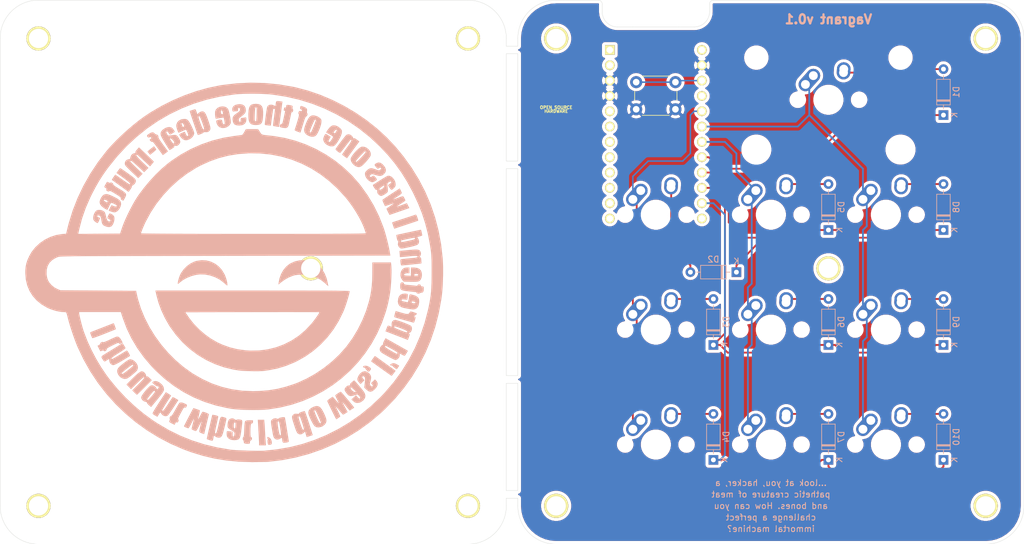
<source format=kicad_pcb>
(kicad_pcb (version 20171130) (host pcbnew "(5.1.5)-3")
  (layers (0 F.Cu signal hide) (31 B.Cu signal hide) (34 B.Paste user) (35 F.Paste user) (36 B.SilkS user) (37 F.SilkS user) (38 B.Mask user) (39 F.Mask user) (44 Edge.Cuts user))
  (net 0 "")
  (net 1 "Net-(D1-Pad2)")
  (net 2 R0)
  (net 3 "Net-(D2-Pad2)")
  (net 4 R1)
  (net 5 "Net-(D3-Pad2)")
  (net 6 R2)
  (net 7 "Net-(D4-Pad2)")
  (net 8 R3)
  (net 9 "Net-(D5-Pad2)")
  (net 10 "Net-(D6-Pad2)")
  (net 11 "Net-(D7-Pad2)")
  (net 12 "Net-(D8-Pad2)")
  (net 13 "Net-(D9-Pad2)")
  (net 14 "Net-(D10-Pad2)")
  (net 15 C2)
  (net 16 C0)
  (net 17 C1)
  (net 18 RESET)
  (net 19 GND)
  (net 20 "Net-(U1-Pad24)")
  (net 21 "Net-(U1-Pad21)")
  (net 22 "Net-(U1-Pad13)")
  (net 23 "Net-(U1-Pad12)")
  (net 24 "Net-(U1-Pad11)")
  (net 25 "Net-(U1-Pad6)")
  (net 26 "Net-(U1-Pad5)")
  (net 27 "Net-(U1-Pad2)")
  (net 28 "Net-(U1-Pad1)")
  (net 29 "Net-(U1-Pad10)")
  (net 30 "Net-(U1-Pad9)")
  (net 31 "Net-(U1-Pad8)")
  (net 32 "Net-(U1-Pad7)")
  (module promicro:ProMicro (layer F.Cu) (at 167.64 52.705 270)
    (fp_text reference U1 hide)
    (fp_text value ProMicro)
    (pad 24 thru_hole circle (at -13.97 -7.62 270) (size 1.6 1.6) (drill 1.1) (layers *.Cu *.Mask F.SilkS) (net 20 "Net-(U1-Pad24)"))
    (pad 23 thru_hole circle (at -11.43 -7.62 270) (size 1.6 1.6) (drill 1.1) (layers *.Cu *.Mask F.SilkS) (net 19 GND))
    (pad 22 thru_hole circle (at -8.89 -7.62 270) (size 1.6 1.6) (drill 1.1) (layers *.Cu *.Mask F.SilkS) (net 18 RESET))
    (pad 21 thru_hole circle (at -6.35 -7.62 270) (size 1.6 1.6) (drill 1.1) (layers *.Cu *.Mask F.SilkS) (net 21 "Net-(U1-Pad21)"))
    (pad 20 thru_hole circle (at -3.81 -7.62 270) (size 1.6 1.6) (drill 1.1) (layers *.Cu *.Mask F.SilkS) (net 16 C0))
    (pad 19 thru_hole circle (at -1.27 -7.62 270) (size 1.6 1.6) (drill 1.1) (layers *.Cu *.Mask F.SilkS) (net 15 C2))
    (pad 18 thru_hole circle (at 1.27 -7.62 270) (size 1.6 1.6) (drill 1.1) (layers *.Cu *.Mask F.SilkS) (net 17 C1))
    (pad 17 thru_hole circle (at 3.81 -7.62 270) (size 1.6 1.6) (drill 1.1) (layers *.Cu *.Mask F.SilkS) (net 2 R0))
    (pad 16 thru_hole circle (at 6.35 -7.62 270) (size 1.6 1.6) (drill 1.1) (layers *.Cu *.Mask F.SilkS) (net 4 R1))
    (pad 15 thru_hole circle (at 8.89 -7.62 270) (size 1.6 1.6) (drill 1.1) (layers *.Cu *.Mask F.SilkS) (net 6 R2))
    (pad 14 thru_hole circle (at 11.43 -7.62 270) (size 1.6 1.6) (drill 1.1) (layers *.Cu *.Mask F.SilkS) (net 8 R3))
    (pad 13 thru_hole circle (at 13.97 -7.62 270) (size 1.6 1.6) (drill 1.1) (layers *.Cu *.Mask F.SilkS) (net 22 "Net-(U1-Pad13)"))
    (pad 12 thru_hole circle (at 13.97 7.62 270) (size 1.6 1.6) (drill 1.1) (layers *.Cu *.Mask F.SilkS) (net 23 "Net-(U1-Pad12)"))
    (pad 11 thru_hole circle (at 11.43 7.62 270) (size 1.6 1.6) (drill 1.1) (layers *.Cu *.Mask F.SilkS) (net 24 "Net-(U1-Pad11)"))
    (pad 10 thru_hole circle (at 8.89 7.62 270) (size 1.6 1.6) (drill 1.1) (layers *.Cu *.Mask F.SilkS) (net 29 "Net-(U1-Pad10)"))
    (pad 9 thru_hole circle (at 6.35 7.62 270) (size 1.6 1.6) (drill 1.1) (layers *.Cu *.Mask F.SilkS) (net 30 "Net-(U1-Pad9)"))
    (pad 8 thru_hole circle (at 3.81 7.62 270) (size 1.6 1.6) (drill 1.1) (layers *.Cu *.Mask F.SilkS) (net 31 "Net-(U1-Pad8)"))
    (pad 7 thru_hole circle (at 1.27 7.62 270) (size 1.6 1.6) (drill 1.1) (layers *.Cu *.Mask F.SilkS) (net 32 "Net-(U1-Pad7)"))
    (pad 6 thru_hole circle (at -1.27 7.62 270) (size 1.6 1.6) (drill 1.1) (layers *.Cu *.Mask F.SilkS) (net 25 "Net-(U1-Pad6)"))
    (pad 5 thru_hole circle (at -3.81 7.62 270) (size 1.6 1.6) (drill 1.1) (layers *.Cu *.Mask F.SilkS) (net 26 "Net-(U1-Pad5)"))
    (pad 4 thru_hole circle (at -6.35 7.62 270) (size 1.6 1.6) (drill 1.1) (layers *.Cu *.Mask F.SilkS) (net 19 GND))
    (pad 3 thru_hole circle (at -8.89 7.62 270) (size 1.6 1.6) (drill 1.1) (layers *.Cu *.Mask F.SilkS) (net 19 GND))
    (pad 2 thru_hole circle (at -11.43 7.62 270) (size 1.6 1.6) (drill 1.1) (layers *.Cu *.Mask F.SilkS) (net 27 "Net-(U1-Pad2)"))
    (pad 1 thru_hole rect (at -13.97 7.62 270) (size 1.6 1.6) (drill 1.1) (layers *.Cu *.Mask F.SilkS) (net 28 "Net-(U1-Pad1)"))
  )
  (module keyboard_parts:HOLE_M3 (layer F.Cu) (at 136.525 36.83)
    (fp_text reference HOLE_M3 hide)
    (fp_text value VAL** hide)
    (pad 1 thru_hole circle (at 0 0) (size 4 4) (drill 3.2) (layers *.Cu *.Mask F.SilkS))
  )
  (module keyboard_parts:HOLE_M3 (layer F.Cu) (at 110.49 74.93)
    (fp_text reference HOLE_M3 hide)
    (fp_text value VAL** hide)
    (pad 1 thru_hole circle (at 0 0) (size 4 4) (drill 3.2) (layers *.Cu *.Mask F.SilkS))
  )
  (module keyboard_parts:HOLE_M3 (layer F.Cu) (at 136.525 114.3)
    (fp_text reference HOLE_M3 hide)
    (fp_text value VAL** hide)
    (pad 1 thru_hole circle (at 0 0) (size 4 4) (drill 3.2) (layers *.Cu *.Mask F.SilkS))
  )
  (module keyboard_parts:HOLE_M3 (layer F.Cu) (at 65.405 36.83)
    (fp_text reference HOLE_M3 hide)
    (fp_text value VAL** hide)
    (pad 1 thru_hole circle (at 0 0) (size 4 4) (drill 3.2) (layers *.Cu *.Mask F.SilkS))
  )
  (module keyboard_parts:HOLE_M3 (layer F.Cu) (at 65.405 114.3)
    (fp_text reference HOLE_M3 hide)
    (fp_text value VAL** hide)
    (pad 1 thru_hole circle (at 0 0) (size 4 4) (drill 3.2) (layers *.Cu *.Mask F.SilkS))
  )
  (module logos:laughing_man (layer B.Cu) (at 97.79 75.565 180)
    (fp_text reference G*** hide)
    (fp_text value LOGO hide)
  )
  (module logos:pathetic (layer B.Cu) (at 186.69 107.95 180)
    (fp_text reference REF** hide)
    (fp_text value pathetic)
    (fp_text user "immortal machine?" (at 0 -10.16) (layer B.SilkS) (effects (justify mirror)))
    (fp_text user "challenge a perfect" (at 0 -8.255) (layer B.SilkS) (effects (justify mirror)))
    (fp_text user "and bones. How can you" (at 0 -6.35) (layer B.SilkS) (effects (justify mirror)))
    (fp_text user "pathetic creature of meat" (at 0 -4.445) (layer B.SilkS) (effects (justify mirror)))
    (fp_text user "...look at you, hacker, a" (at 0 -2.54) (layer B.SilkS) (effects (justify mirror)))
  )
  (module Button_Switch_THT:SW_PUSH_6mm (layer F.Cu) (at 164.3785 44.069)
    (fp_text reference SW1 hide)
    (fp_text value SW_RESET)
    (pad 1 thru_hole circle (at 6.5 0 90) (size 2 2) (drill 1.1) (layers *.Cu *.Mask) (net 18 RESET))
    (pad 2 thru_hole circle (at 6.5 4.5 90) (size 2 2) (drill 1.1) (layers *.Cu *.Mask) (net 19 GND))
    (pad 1 thru_hole circle (at 0 0 90) (size 2 2) (drill 1.1) (layers *.Cu *.Mask) (net 18 RESET))
    (pad 2 thru_hole circle (at 0 4.5 90) (size 2 2) (drill 1.1) (layers *.Cu *.Mask) (net 19 GND))
  )
  (module MX_Alps_Hybrid:MX-1U-NoLED (layer F.Cu) (at 167.64 66.04)
    (fp_text reference K2)
    (fp_text value KEYSW)
    (pad "" np_thru_hole circle (at 5.08 0 48.0996) (size 1.75 1.75) (drill 1.75) (layers *.Cu *.Mask))
    (pad "" np_thru_hole circle (at -5.08 0 48.0996) (size 1.75 1.75) (drill 1.75) (layers *.Cu *.Mask))
    (pad 1 thru_hole circle (at -2.5 -4) (size 2.25 2.25) (drill 1.47) (layers *.Cu B.Mask) (net 16 C0))
    (pad "" np_thru_hole circle (at 0 0) (size 3.9878 3.9878) (drill 3.9878) (layers *.Cu *.Mask))
    (pad 1 thru_hole oval (at -3.81 -2.54 48.0996) (size 4.211556 2.25) (drill 1.47 (offset 0.980778 0)) (layers *.Cu B.Mask) (net 16 C0))
    (pad 2 thru_hole circle (at 2.54 -5.08) (size 2.25 2.25) (drill 1.47) (layers *.Cu B.Mask) (net 3 "Net-(D2-Pad2)"))
    (pad 2 thru_hole oval (at 2.5 -4.5 86.0548) (size 2.831378 2.25) (drill 1.47 (offset 0.290689 0)) (layers *.Cu B.Mask) (net 3 "Net-(D2-Pad2)"))
  )
  (module logos:oshw (layer F.Cu) (at 151.13 45.72)
    (fp_text reference G*** hide)
    (fp_text value oshw_logo hide)
    (fp_poly (pts (xy 0.033713 -1.976836) (xy 0.060461 -1.976757) (xy 0.086332 -1.976631) (xy 0.110932 -1.97646) (xy 0.133869 -1.976242) (xy 0.154751 -1.975979) (xy 0.173184 -1.97567) (xy 0.188777 -1.975314) (xy 0.201137 -1.974913) (xy 0.20987 -1.974467) (xy 0.214586 -1.973974) (xy 0.21532 -1.973696) (xy 0.215864 -1.971118) (xy 0.2172 -1.964262) (xy 0.219279 -1.953395) (xy 0.222052 -1.938778) (xy 0.225468 -1.920677) (xy 0.22948 -1.899356) (xy 0.234036 -1.875078) (xy 0.239088 -1.848107) (xy 0.244586 -1.818708) (xy 0.250481 -1.787145) (xy 0.256722 -1.753681) (xy 0.263261 -1.718581) (xy 0.270047 -1.682108) (xy 0.273722 -1.662345) (xy 0.331054 -1.353879) (xy 0.364686 -1.346305) (xy 0.447844 -1.325219) (xy 0.529942 -1.299682) (xy 0.610757 -1.269787) (xy 0.690064 -1.235625) (xy 0.76764 -1.197288) (xy 0.843261 -1.154867) (xy 0.865815 -1.141183) (xy 0.875724 -1.135286) (xy 0.884342 -1.130576) (xy 0.890869 -1.127459) (xy 0.894508 -1.12634) (xy 0.894866 -1.126416) (xy 0.89705 -1.12789) (xy 0.902818 -1.131827) (xy 0.911948 -1.138072) (xy 0.924218 -1.146474) (xy 0.939404 -1.15688) (xy 0.957285 -1.169137) (xy 0.977638 -1.183093) (xy 1.00024 -1.198596) (xy 1.024869 -1.215491) (xy 1.051302 -1.233628) (xy 1.079317 -1.252853) (xy 1.108691 -1.273014) (xy 1.139203 -1.293958) (xy 1.153917 -1.30406) (xy 1.184868 -1.325298) (xy 1.214779 -1.345804) (xy 1.243428 -1.365426) (xy 1.270596 -1.384014) (xy 1.296059 -1.401416) (xy 1.319595 -1.417481) (xy 1.340985 -1.432059) (xy 1.360005 -1.444999) (xy 1.376434 -1.456149) (xy 1.390051 -1.465358) (xy 1.400633 -1.472475) (xy 1.407959 -1.47735) (xy 1.411808 -1.479831) (xy 1.412355 -1.480128) (xy 1.414242 -1.478536) (xy 1.419104 -1.473944) (xy 1.426663 -1.466633) (xy 1.436641 -1.456879) (xy 1.448758 -1.44496) (xy 1.462737 -1.431156) (xy 1.478299 -1.415744) (xy 1.495165 -1.399003) (xy 1.513057 -1.381211) (xy 1.531697 -1.362646) (xy 1.550805 -1.343586) (xy 1.570104 -1.32431) (xy 1.589315 -1.305096) (xy 1.608159 -1.286221) (xy 1.626358 -1.267966) (xy 1.643633 -1.250607) (xy 1.659707 -1.234423) (xy 1.6743 -1.219692) (xy 1.687134 -1.206692) (xy 1.69793 -1.195702) (xy 1.706411 -1.187) (xy 1.712297 -1.180864) (xy 1.71531 -1.177573) (xy 1.715654 -1.17709) (xy 1.714371 -1.175017) (xy 1.710624 -1.16936) (xy 1.704563 -1.160343) (xy 1.69634 -1.148186) (xy 1.686107 -1.133113) (xy 1.674016 -1.115345) (xy 1.660217 -1.095105) (xy 1.644863 -1.072615) (xy 1.628105 -1.048097) (xy 1.610094 -1.021774) (xy 1.590983 -0.993867) (xy 1.570922 -0.964599) (xy 1.550064 -0.934192) (xy 1.540933 -0.920889) (xy 1.519775 -0.890051) (xy 1.499351 -0.860247) (xy 1.479811 -0.8317) (xy 1.461309 -0.804634) (xy 1.443994 -0.77927) (xy 1.42802 -0.755833) (xy 1.413537 -0.734544) (xy 1.400698 -0.715628) (xy 1.389653 -0.699307) (xy 1.380555 -0.685804) (xy 1.373555 -0.675342) (xy 1.368805 -0.668144) (xy 1.366456 -0.664433) (xy 1.366222 -0.663966) (xy 1.367428 -0.661258) (xy 1.370734 -0.655464) (xy 1.375686 -0.647342) (xy 1.381827 -0.637651) (xy 1.384293 -0.633846) (xy 1.407424 -0.596966) (xy 1.430914 -0.556893) (xy 1.454053 -0.514926) (xy 1.476133 -0.472364) (xy 1.496445 -0.430508) (xy 1.502898 -0.4165) (xy 1.52193 -0.37235) (xy 1.54051 -0.32497) (xy 1.55817 -0.275727) (xy 1.574442 -0.225991) (xy 1.588857 -0.177131) (xy 1.600946 -0.130516) (xy 1.601339 -0.128865) (xy 1.609948 -0.092629) (xy 1.619506 -0.090611) (xy 1.622932 -0.089945) (xy 1.630618 -0.088489) (xy 1.642285 -0.086296) (xy 1.657653 -0.083417) (xy 1.676441 -0.079905) (xy 1.698369 -0.075812) (xy 1.723158 -0.071191) (xy 1.750526 -0.066092) (xy 1.780194 -0.06057) (xy 1.811883 -0.054676) (xy 1.845311 -0.048462) (xy 1.880198 -0.04198) (xy 1.916266 -0.035283) (xy 1.920572 -0.034483) (xy 2.212081 0.019627) (xy 2.212095 0.23468) (xy 2.212094 0.271089) (xy 2.212081 0.303156) (xy 2.212053 0.331157) (xy 2.212003 0.355368) (xy 2.211927 0.376064) (xy 2.21182 0.393523) (xy 2.211676 0.40802) (xy 2.211489 0.419831) (xy 2.211256 0.429233) (xy 2.210971 0.4365) (xy 2.210628 0.44191) (xy 2.210223 0.445739) (xy 2.209751 0.448261) (xy 2.209206 0.449755) (xy 2.208583 0.450495) (xy 2.208068 0.450719) (xy 2.205336 0.451256) (xy 2.198336 0.452584) (xy 2.187343 0.454653) (xy 2.172629 0.457412) (xy 2.154467 0.46081) (xy 2.133132 0.464795) (xy 2.108896 0.469317) (xy 2.082033 0.474325) (xy 2.052816 0.479767) (xy 2.021518 0.485593) (xy 1.988413 0.491752) (xy 1.953774 0.498193) (xy 1.917875 0.504865) (xy 1.912763 0.505814) (xy 1.6215 0.559924) (xy 1.612995 0.600348) (xy 1.593611 0.681838) (xy 1.569948 0.762634) (xy 1.542186 0.842286) (xy 1.510504 0.920342) (xy 1.475082 0.996355) (xy 1.4361 1.069873) (xy 1.404188 1.123825) (xy 1.397619 1.134508) (xy 1.391889 1.143978) (xy 1.38746 1.151463) (xy 1.384792 1.156188) (xy 1.384264 1.157269) (xy 1.38537 1.15966) (xy 1.389025 1.165709) (xy 1.395142 1.175288) (xy 1.403632 1.188264) (xy 1.414408 1.204507) (xy 1.42738 1.223884) (xy 1.442462 1.246266) (xy 1.459564 1.271521) (xy 1.4786 1.299518) (xy 1.49948 1.330126) (xy 1.522116 1.363213) (xy 1.546421 1.398649) (xy 1.548577 1.401788) (xy 1.56918 1.431811) (xy 1.589047 1.46081) (xy 1.608021 1.488555) (xy 1.625947 1.514815) (xy 1.642669 1.539361) (xy 1.65803 1.561962) (xy 1.671874 1.582387) (xy 1.684045 1.600406) (xy 1.694387 1.615789) (xy 1.702743 1.628305) (xy 1.708958 1.637723) (xy 1.712875 1.643814) (xy 1.714339 1.646346) (xy 1.714345 1.646381) (xy 1.712765 1.648479) (xy 1.708131 1.653593) (xy 1.700672 1.66149) (xy 1.690616 1.671937) (xy 1.678192 1.684701) (xy 1.663628 1.69955) (xy 1.647153 1.716251) (xy 1.628995 1.73457) (xy 1.609383 1.754276) (xy 1.588545 1.775135) (xy 1.56671 1.796914) (xy 1.563171 1.800437) (xy 1.411841 1.951029) (xy 1.202952 1.807712) (xy 1.174336 1.788078) (xy 1.146298 1.768841) (xy 1.119131 1.750203) (xy 1.093132 1.732364) (xy 1.068594 1.715529) (xy 1.045812 1.699898) (xy 1.025081 1.685675) (xy 1.006695 1.67306) (xy 0.990949 1.662257) (xy 0.978138 1.653467) (xy 0.968556 1.646892) (xy 0.962648 1.642838) (xy 0.931233 1.621282) (xy 0.909539 1.635769) (xy 0.895989 1.644625) (xy 0.880894 1.65416) (xy 0.864723 1.664106) (xy 0.847947 1.674197) (xy 0.831039 1.684164) (xy 0.814468 1.69374) (xy 0.798706 1.702657) (xy 0.784224 1.710648) (xy 0.771492 1.717444) (xy 0.760982 1.72278) (xy 0.753166 1.726386) (xy 0.748513 1.727995) (xy 0.747423 1.727872) (xy 0.746463 1.725625) (xy 0.743842 1.719363) (xy 0.739666 1.709341) (xy 0.734039 1.695811) (xy 0.727066 1.679027) (xy 0.718852 1.659242) (xy 0.709503 1.636709) (xy 0.699122 1.611682) (xy 0.687815 1.584415) (xy 0.675687 1.555159) (xy 0.662842 1.524169) (xy 0.649386 1.491699) (xy 0.635423 1.458) (xy 0.621059 1.423327) (xy 0.606397 1.387933) (xy 0.591544 1.352071) (xy 0.576604 1.315995) (xy 0.561682 1.279957) (xy 0.546882 1.244212) (xy 0.53231 1.209012) (xy 0.518071 1.174611) (xy 0.504269 1.141262) (xy 0.49101 1.109218) (xy 0.478398 1.078733) (xy 0.466538 1.05006) (xy 0.455535 1.023453) (xy 0.445494 0.999163) (xy 0.43652 0.977446) (xy 0.428718 0.958554) (xy 0.422193 0.942741) (xy 0.417049 0.930259) (xy 0.413392 0.921363) (xy 0.411326 0.916305) (xy 0.410917 0.91528) (xy 0.410569 0.913148) (xy 0.411538 0.910818) (xy 0.414341 0.907827) (xy 0.419496 0.903708) (xy 0.427521 0.897996) (xy 0.438322 0.890637) (xy 0.465557 0.871542) (xy 0.490465 0.852449) (xy 0.514338 0.832283) (xy 0.538468 0.80997) (xy 0.55535 0.793358) (xy 0.578856 0.769066) (xy 0.599494 0.746169) (xy 0.618234 0.723491) (xy 0.636043 0.699858) (xy 0.653893 0.674094) (xy 0.654557 0.6731) (xy 0.686082 0.621845) (xy 0.713287 0.569088) (xy 0.736216 0.51471) (xy 0.75491 0.458592) (xy 0.769412 0.400615) (xy 0.779765 0.340661) (xy 0.782974 0.314036) (xy 0.784085 0.300052) (xy 0.784904 0.282714) (xy 0.785428 0.263084) (xy 0.785657 0.242223) (xy 0.785592 0.221194) (xy 0.785232 0.201059) (xy 0.784576 0.18288) (xy 0.783623 0.16772) (xy 0.783039 0.161636) (xy 0.774528 0.102351) (xy 0.762512 0.045778) (xy 0.746827 -0.008561) (xy 0.727307 -0.061144) (xy 0.703788 -0.112449) (xy 0.676104 -0.162954) (xy 0.664218 -0.182419) (xy 0.631139 -0.230781) (xy 0.594405 -0.276477) (xy 0.554261 -0.319314) (xy 0.510952 -0.359101) (xy 0.464721 -0.395646) (xy 0.415813 -0.428757) (xy 0.364473 -0.45824) (xy 0.310946 -0.483906) (xy 0.255476 -0.505561) (xy 0.250536 -0.507259) (xy 0.215173 -0.518124) (xy 0.177009 -0.527767) (xy 0.137786 -0.535819) (xy 0.099243 -0.541911) (xy 0.073891 -0.544783) (xy 0.05885 -0.545831) (xy 0.040429 -0.546577) (xy 0.019803 -0.547021) (xy -0.001852 -0.54716) (xy -0.02336 -0.546995) (xy -0.043547 -0.546524) (xy -0.061236 -0.545746) (xy -0.072737 -0.544908) (xy -0.131527 -0.537201) (xy -0.189177 -0.525116) (xy -0.245469 -0.508802) (xy -0.300185 -0.488406) (xy -0.353111 -0.464075) (xy -0.404027 -0.435958) (xy -0.452717 -0.404201) (xy -0.498964 -0.368953) (xy -0.542552 -0.330361) (xy -0.583262 -0.288573) (xy -0.620878 -0.243737) (xy -0.655183 -0.195999) (xy -0.68596 -0.145508) (xy -0.700725 -0.117764) (xy -0.724681 -0.066401) (xy -0.744489 -0.014892) (xy -0.760385 0.03755) (xy -0.772608 0.091718) (xy -0.781396 0.1484) (xy -0.781741 0.151245) (xy -0.783343 0.168408) (xy -0.784534 0.188983) (xy -0.785305 0.211783) (xy -0.785647 0.235624) (xy -0.785552 0.259318) (xy -0.78501 0.281679) (xy -0.784012 0.301522) (xy -0.78296 0.314036) (xy -0.774632 0.373667) (xy -0.762312 0.431188) (xy -0.745881 0.486998) (xy -0.725226 0.541496) (xy -0.702235 0.591127) (xy -0.672996 0.644032) (xy -0.64001 0.694278) (xy -0.603401 0.741728) (xy -0.56329 0.786242) (xy -0.519802 0.827682) (xy -0.47306 0.865909) (xy -0.432288 0.894828) (xy -0.423302 0.901037) (xy -0.416049 0.906512) (xy -0.411233 0.910687) (xy -0.409558 0.912996) (xy -0.409579 0.913079) (xy -0.410557 0.915435) (xy -0.413215 0.921846) (xy -0.417466 0.932103) (xy -0.423222 0.945994) (xy -0.430397 0.963308) (xy -0.438902 0.983836) (xy -0.448651 1.007365) (xy -0.459555 1.033686) (xy -0.471529 1.062587) (xy -0.484484 1.093858) (xy -0.498334 1.127289) (xy -0.51299 1.162667) (xy -0.528366 1.199784) (xy -0.544374 1.238427) (xy -0.560927 1.278386) (xy -0.575627 1.313872) (xy -0.592625 1.354904) (xy -0.609178 1.394863) (xy -0.625198 1.433532) (xy -0.640595 1.470697) (xy -0.65528 1.506142) (xy -0.669165 1.539653) (xy -0.682159 1.571014) (xy -0.694174 1.60001) (xy -0.70512 1.626426) (xy -0.714909 1.650046) (xy -0.723451 1.670656) (xy -0.730657 1.688041) (xy -0.736439 1.701984) (xy -0.740705 1.712271) (xy -0.743369 1.718688) (xy -0.744301 1.720926) (xy -0.747974 1.729662) (xy -0.762492 1.722354) (xy -0.777861 1.714313) (xy -0.79614 1.704254) (xy -0.816397 1.692725) (xy -0.837703 1.680277) (xy -0.859128 1.667458) (xy -0.879742 1.654816) (xy -0.898615 1.642903) (xy -0.91302 1.633473) (xy -0.922014 1.627809) (xy -0.928952 1.624162) (xy -0.933158 1.622869) (xy -0.933887 1.623056) (xy -0.936083 1.624593) (xy -0.941807 1.628547) (xy -0.950778 1.634725) (xy -0.962717 1.642936) (xy -0.977341 1.652987) (xy -0.99437 1.664684) (xy -1.013522 1.677835) (xy -1.034518 1.692247) (xy -1.057075 1.707727) (xy -1.080912 1.724084) (xy -1.105749 1.741123) (xy -1.131305 1.758654) (xy -1.157298 1.776481) (xy -1.183448 1.794414) (xy -1.209473 1.812259) (xy -1.235093 1.829823) (xy -1.260027 1.846915) (xy -1.283993 1.86334) (xy -1.30671 1.878907) (xy -1.327898 1.893423) (xy -1.347275 1.906694) (xy -1.364561 1.918529) (xy -1.379474 1.928735) (xy -1.391734 1.937118) (xy -1.401059 1.943487) (xy -1.407168 1.947648) (xy -1.409781 1.949408) (xy -1.409841 1.949446) (xy -1.411791 1.948062) (xy -1.416767 1.943628) (xy -1.424538 1.936368) (xy -1.434873 1.926506) (xy -1.447543 1.914269) (xy -1.462317 1.899879) (xy -1.478964 1.883562) (xy -1.497253 1.865542) (xy -1.516955 1.846045) (xy -1.53784 1.825294) (xy -1.559675 1.803514) (xy -1.564275 1.798916) (xy -1.592142 1.771012) (xy -1.616825 1.746223) (xy -1.638437 1.724431) (xy -1.657089 1.705521) (xy -1.672898 1.689373) (xy -1.685975 1.675871) (xy -1.696433 1.664898) (xy -1.704388 1.656336) (xy -1.709951 1.650069) (xy -1.713236 1.645978) (xy -1.714358 1.643947) (xy -1.714324 1.643763) (xy -1.712798 1.641499) (xy -1.708816 1.635658) (xy -1.702537 1.626473) (xy -1.694118 1.614173) (xy -1.683719 1.598991) (xy -1.671497 1.581158) (xy -1.657612 1.560903) (xy -1.642221 1.538459) (xy -1.625482 1.514057) (xy -1.607555 1.487927) (xy -1.588598 1.4603) (xy -1.568768 1.431409) (xy -1.548225 1.401482) (xy -1.547767 1.400815) (xy -1.527244 1.370906) (xy -1.507457 1.342047) (xy -1.488565 1.314465) (xy -1.470722 1.288391) (xy -1.454085 1.264054) (xy -1.438811 1.241681) (xy -1.425055 1.221504) (xy -1.412973 1.203749) (xy -1.402722 1.188647) (xy -1.394458 1.176427) (xy -1.388337 1.167318) (xy -1.384514 1.161548) (xy -1.383147 1.159347) (xy -1.383146 1.159337) (xy -1.384305 1.156859) (xy -1.387481 1.151251) (xy -1.39222 1.143285) (xy -1.398071 1.133733) (xy -1.399599 1.131276) (xy -1.44246 1.058318) (xy -1.481619 0.982889) (xy -1.516917 0.905384) (xy -1.548195 0.826197) (xy -1.575294 0.745723) (xy -1.598056 0.664355) (xy -1.611987 0.60393) (xy -1.614844 0.590396) (xy -1.617389 0.578533) (xy -1.61947 0.569035) (xy -1.620933 0.562595) (xy -1.621626 0.559908) (xy -1.621649 0.559872) (xy -1.623936 0.559424) (xy -1.630494 0.558185) (xy -1.641054 0.556206) (xy -1.655346 0.553536) (xy -1.6731 0.550226) (xy -1.694047 0.546326) (xy -1.717916 0.541887) (xy -1.74444 0.536957) (xy -1.773346 0.531589) (xy -1.804367 0.52583) (xy -1.837232 0.519733) (xy -1.871672 0.513346) (xy -1.907416 0.506721) (xy -1.911927 0.505885) (xy -1.947916 0.499214) (xy -1.982697 0.492763) (xy -2.015995 0.486584) (xy -2.047536 0.480727) (xy -2.077043 0.475245) (xy -2.10424 0.470187) (xy -2.128854 0.465606) (xy -2.150607 0.461553) (xy -2.169224 0.458078) (xy -2.18443 0.455235) (xy -2.195949 0.453072) (xy -2.203506 0.451643) (xy -2.206825 0.450998) (xy -2.206914 0.450978) (xy -2.212109 0.449772) (xy -2.212096 0.234699) (xy -2.212082 0.019627) (xy -1.9148 -0.035405) (xy -1.878373 -0.042151) (xy -1.84317 -0.048675) (xy -1.80946 -0.054928) (xy -1.777515 -0.060858) (xy -1.747604 -0.066416) (xy -1.719997 -0.07155) (xy -1.694965 -0.076212) (xy -1.672779 -0.08035) (xy -1.653707 -0.083914) (xy -1.638022 -0.086854) (xy -1.625992 -0.089119) (xy -1.617889 -0.090659) (xy -1.613982 -0.091424) (xy -1.613679 -0.091492) (xy -1.611829 -0.093193) (xy -1.609741 -0.097631) (xy -1.607259 -0.10528) (xy -1.604224 -0.116613) (xy -1.601251 -0.128824) (xy -1.581053 -0.204918) (xy -1.556542 -0.281116) (xy -1.527969 -0.356828) (xy -1.495587 -0.431465) (xy -1.459647 -0.504438) (xy -1.420403 -0.575156) (xy -1.387111 -0.629228) (xy -1.380166 -0.640141) (xy -1.374199 -0.649782) (xy -1.369628 -0.657454) (xy -1.366871 -0.662458) (xy -1.366244 -0.664012) (xy -1.367524 -0.666179) (xy -1.371269 -0.671928) (xy -1.377329 -0.681036) (xy -1.385551 -0.693279) (xy -1.395785 -0.708435) (xy -1.407878 -0.72628) (xy -1.421679 -0.746592) (xy -1.437036 -0.769148) (xy -1.453798 -0.793724) (xy -1.471812 -0.820097) (xy -1.490929 -0.848045) (xy -1.510995 -0.877345) (xy -1.531859 -0.907773) (xy -1.540934 -0.920996) (xy -1.562086 -0.951823) (xy -1.582506 -0.981605) (xy -1.602042 -1.01012) (xy -1.620542 -1.037147) (xy -1.637854 -1.062463) (xy -1.653827 -1.085845) (xy -1.668309 -1.107072) (xy -1.68115 -1.125922) (xy -1.692196 -1.142172) (xy -1.701298 -1.1556) (xy -1.708303 -1.165984) (xy -1.71306 -1.173102) (xy -1.715417 -1.176731) (xy -1.715655 -1.177164) (xy -1.714061 -1.179045) (xy -1.709465 -1.183898) (xy -1.702147 -1.191446) (xy -1.692383 -1.20141) (xy -1.680453 -1.213512) (xy -1.666636 -1.227473) (xy -1.651209 -1.243017) (xy -1.634452 -1.259863) (xy -1.616642 -1.277734) (xy -1.598059 -1.296353) (xy -1.578981 -1.31544) (xy -1.559686 -1.334718) (xy -1.540454 -1.353907) (xy -1.521562 -1.372732) (xy -1.503289 -1.390912) (xy -1.485913 -1.408169) (xy -1.469714 -1.424227) (xy -1.454969 -1.438805) (xy -1.441957 -1.451627) (xy -1.430957 -1.462414) (xy -1.422248 -1.470888) (xy -1.416107 -1.47677) (xy -1.412813 -1.479782) (xy -1.41233 -1.480128) (xy -1.410223 -1.478845) (xy -1.404532 -1.475095) (xy -1.395479 -1.469031) (xy -1.383286 -1.460804) (xy -1.368174 -1.450563) (xy -1.350365 -1.43846) (xy -1.330082 -1.424647) (xy -1.307544 -1.409274) (xy -1.282975 -1.392492) (xy -1.256595 -1.374452) (xy -1.228626 -1.355306) (xy -1.199291 -1.335204) (xy -1.16881 -1.314297) (xy -1.153895 -1.30406) (xy -1.122926 -1.282799) (xy -1.092988 -1.26225) (xy -1.064305 -1.242565) (xy -1.037099 -1.223896) (xy -1.011593 -1.206397) (xy -0.988008 -1.190219) (xy -0.966568 -1.175515) (xy -0.947495 -1.162437) (xy -0.931012 -1.15114) (xy -0.917341 -1.141774) (xy -0.906704 -1.134493) (xy -0.899325 -1.129449) (xy -0.895425 -1.126794) (xy -0.894856 -1.126416) (xy -0.892046 -1.126987) (xy -0.886152 -1.129655) (xy -0.877973 -1.134014) (xy -0.868307 -1.139659) (xy -0.865816 -1.141183) (xy -0.792332 -1.183985) (xy -0.71674 -1.22297) (xy -0.6394 -1.257992) (xy -0.56067 -1.288903) (xy -0.480907 -1.315556) (xy -0.400471 -1.337806) (xy -0.364688 -1.346223) (xy -0.331058 -1.353706) (xy -0.273695 -1.662258) (xy -0.266795 -1.699355) (xy -0.260117 -1.735219) (xy -0.25371 -1.769587) (xy -0.247625 -1.802194) (xy -0.24191 -1.832776) (xy -0.236616 -1.861071) (xy -0.231791 -1.886812) (xy -0.227485 -1.909737) (xy -0.223748 -1.929582) (xy -0.220629 -1.946082) (xy -0.218178 -1.958974) (xy -0.216444 -1.967993) (xy -0.215477 -1.972875) (xy -0.215292 -1.973696) (xy -0.212854 -1.974213) (xy -0.20619 -1.974684) (xy -0.195694 -1.975109) (xy -0.181757 -1.975488) (xy -0.164773 -1.975822) (xy -0.145133 -1.976109) (xy -0.123231 -1.976351) (xy -0.099459 -1.976547) (xy -0.074209 -1.976696) (xy -0.047875 -1.9768) (xy -0.020848 -1.976858) (xy 0.006479 -1.97687) (xy 0.033713 -1.976836)) (layer F.Cu) (width 0.01))
  )
  (module keyboard_parts:HOLE_M3 (layer F.Cu) (at 151.13 114.3)
    (fp_text reference HOLE_M3 hide)
    (fp_text value VAL** hide)
    (pad 1 thru_hole circle (at 0 0) (size 4 4) (drill 3.2) (layers *.Cu *.Mask F.SilkS))
  )
  (module keyboard_parts:HOLE_M3 (layer F.Cu) (at 222.25 114.3)
    (fp_text reference HOLE_M3 hide)
    (fp_text value VAL** hide)
    (pad 1 thru_hole circle (at 0 0) (size 4 4) (drill 3.2) (layers *.Cu *.Mask F.SilkS))
  )
  (module keyboard_parts:HOLE_M3 (layer F.Cu) (at 196.215 74.93)
    (fp_text reference HOLE_M3 hide)
    (fp_text value VAL** hide)
    (pad 1 thru_hole circle (at 0 0) (size 4 4) (drill 3.2) (layers *.Cu *.Mask F.SilkS))
  )
  (module keyboard_parts:HOLE_M3 (layer F.Cu) (at 222.25 36.83)
    (fp_text reference HOLE_M3 hide)
    (fp_text value VAL** hide)
    (pad 1 thru_hole circle (at 0 0) (size 4 4) (drill 3.2) (layers *.Cu *.Mask F.SilkS))
  )
  (module keyboard_parts:HOLE_M3 (layer F.Cu) (at 151.13 36.83)
    (fp_text reference HOLE_M3 hide)
    (fp_text value VAL** hide)
    (pad 1 thru_hole circle (at 0 0) (size 4 4) (drill 3.2) (layers *.Cu *.Mask F.SilkS))
  )
  (module MX_Alps_Hybrid:MX-1U-NoLED (layer F.Cu) (at 205.74 104.14)
    (fp_text reference K10)
    (fp_text value KEYSW)
    (pad "" np_thru_hole circle (at 5.08 0 48.0996) (size 1.75 1.75) (drill 1.75) (layers *.Cu *.Mask))
    (pad "" np_thru_hole circle (at -5.08 0 48.0996) (size 1.75 1.75) (drill 1.75) (layers *.Cu *.Mask))
    (pad 1 thru_hole circle (at -2.5 -4) (size 2.25 2.25) (drill 1.47) (layers *.Cu B.Mask) (net 15 C2))
    (pad "" np_thru_hole circle (at 0 0) (size 3.9878 3.9878) (drill 3.9878) (layers *.Cu *.Mask))
    (pad 1 thru_hole oval (at -3.81 -2.54 48.0996) (size 4.211556 2.25) (drill 1.47 (offset 0.980778 0)) (layers *.Cu B.Mask) (net 15 C2))
    (pad 2 thru_hole circle (at 2.54 -5.08) (size 2.25 2.25) (drill 1.47) (layers *.Cu B.Mask) (net 14 "Net-(D10-Pad2)"))
    (pad 2 thru_hole oval (at 2.5 -4.5 86.0548) (size 2.831378 2.25) (drill 1.47 (offset 0.290689 0)) (layers *.Cu B.Mask) (net 14 "Net-(D10-Pad2)"))
  )
  (module MX_Alps_Hybrid:MX-1U-NoLED (layer F.Cu) (at 205.74 85.09)
    (fp_text reference K9)
    (fp_text value KEYSW)
    (pad "" np_thru_hole circle (at 5.08 0 48.0996) (size 1.75 1.75) (drill 1.75) (layers *.Cu *.Mask))
    (pad "" np_thru_hole circle (at -5.08 0 48.0996) (size 1.75 1.75) (drill 1.75) (layers *.Cu *.Mask))
    (pad 1 thru_hole circle (at -2.5 -4) (size 2.25 2.25) (drill 1.47) (layers *.Cu B.Mask) (net 15 C2))
    (pad "" np_thru_hole circle (at 0 0) (size 3.9878 3.9878) (drill 3.9878) (layers *.Cu *.Mask))
    (pad 1 thru_hole oval (at -3.81 -2.54 48.0996) (size 4.211556 2.25) (drill 1.47 (offset 0.980778 0)) (layers *.Cu B.Mask) (net 15 C2))
    (pad 2 thru_hole circle (at 2.54 -5.08) (size 2.25 2.25) (drill 1.47) (layers *.Cu B.Mask) (net 13 "Net-(D9-Pad2)"))
    (pad 2 thru_hole oval (at 2.5 -4.5 86.0548) (size 2.831378 2.25) (drill 1.47 (offset 0.290689 0)) (layers *.Cu B.Mask) (net 13 "Net-(D9-Pad2)"))
  )
  (module MX_Alps_Hybrid:MX-1U-NoLED (layer F.Cu) (at 205.74 66.04)
    (fp_text reference K8)
    (fp_text value KEYSW)
    (pad "" np_thru_hole circle (at 5.08 0 48.0996) (size 1.75 1.75) (drill 1.75) (layers *.Cu *.Mask))
    (pad "" np_thru_hole circle (at -5.08 0 48.0996) (size 1.75 1.75) (drill 1.75) (layers *.Cu *.Mask))
    (pad 1 thru_hole circle (at -2.5 -4) (size 2.25 2.25) (drill 1.47) (layers *.Cu B.Mask) (net 15 C2))
    (pad "" np_thru_hole circle (at 0 0) (size 3.9878 3.9878) (drill 3.9878) (layers *.Cu *.Mask))
    (pad 1 thru_hole oval (at -3.81 -2.54 48.0996) (size 4.211556 2.25) (drill 1.47 (offset 0.980778 0)) (layers *.Cu B.Mask) (net 15 C2))
    (pad 2 thru_hole circle (at 2.54 -5.08) (size 2.25 2.25) (drill 1.47) (layers *.Cu B.Mask) (net 12 "Net-(D8-Pad2)"))
    (pad 2 thru_hole oval (at 2.5 -4.5 86.0548) (size 2.831378 2.25) (drill 1.47 (offset 0.290689 0)) (layers *.Cu B.Mask) (net 12 "Net-(D8-Pad2)"))
  )
  (module MX_Alps_Hybrid:MX-1U-NoLED (layer F.Cu) (at 186.69 104.14)
    (fp_text reference K7)
    (fp_text value KEYSW)
    (pad "" np_thru_hole circle (at 5.08 0 48.0996) (size 1.75 1.75) (drill 1.75) (layers *.Cu *.Mask))
    (pad "" np_thru_hole circle (at -5.08 0 48.0996) (size 1.75 1.75) (drill 1.75) (layers *.Cu *.Mask))
    (pad 1 thru_hole circle (at -2.5 -4) (size 2.25 2.25) (drill 1.47) (layers *.Cu B.Mask) (net 17 C1))
    (pad "" np_thru_hole circle (at 0 0) (size 3.9878 3.9878) (drill 3.9878) (layers *.Cu *.Mask))
    (pad 1 thru_hole oval (at -3.81 -2.54 48.0996) (size 4.211556 2.25) (drill 1.47 (offset 0.980778 0)) (layers *.Cu B.Mask) (net 17 C1))
    (pad 2 thru_hole circle (at 2.54 -5.08) (size 2.25 2.25) (drill 1.47) (layers *.Cu B.Mask) (net 11 "Net-(D7-Pad2)"))
    (pad 2 thru_hole oval (at 2.5 -4.5 86.0548) (size 2.831378 2.25) (drill 1.47 (offset 0.290689 0)) (layers *.Cu B.Mask) (net 11 "Net-(D7-Pad2)"))
  )
  (module MX_Alps_Hybrid:MX-1U-NoLED (layer F.Cu) (at 186.69 85.09)
    (fp_text reference K6)
    (fp_text value KEYSW)
    (pad "" np_thru_hole circle (at 5.08 0 48.0996) (size 1.75 1.75) (drill 1.75) (layers *.Cu *.Mask))
    (pad "" np_thru_hole circle (at -5.08 0 48.0996) (size 1.75 1.75) (drill 1.75) (layers *.Cu *.Mask))
    (pad 1 thru_hole circle (at -2.5 -4) (size 2.25 2.25) (drill 1.47) (layers *.Cu B.Mask) (net 17 C1))
    (pad "" np_thru_hole circle (at 0 0) (size 3.9878 3.9878) (drill 3.9878) (layers *.Cu *.Mask))
    (pad 1 thru_hole oval (at -3.81 -2.54 48.0996) (size 4.211556 2.25) (drill 1.47 (offset 0.980778 0)) (layers *.Cu B.Mask) (net 17 C1))
    (pad 2 thru_hole circle (at 2.54 -5.08) (size 2.25 2.25) (drill 1.47) (layers *.Cu B.Mask) (net 10 "Net-(D6-Pad2)"))
    (pad 2 thru_hole oval (at 2.5 -4.5 86.0548) (size 2.831378 2.25) (drill 1.47 (offset 0.290689 0)) (layers *.Cu B.Mask) (net 10 "Net-(D6-Pad2)"))
  )
  (module MX_Alps_Hybrid:MX-1U-NoLED (layer F.Cu) (at 186.69 66.04)
    (fp_text reference K5)
    (fp_text value KEYSW)
    (pad "" np_thru_hole circle (at 5.08 0 48.0996) (size 1.75 1.75) (drill 1.75) (layers *.Cu *.Mask))
    (pad "" np_thru_hole circle (at -5.08 0 48.0996) (size 1.75 1.75) (drill 1.75) (layers *.Cu *.Mask))
    (pad 1 thru_hole circle (at -2.5 -4) (size 2.25 2.25) (drill 1.47) (layers *.Cu B.Mask) (net 17 C1))
    (pad "" np_thru_hole circle (at 0 0) (size 3.9878 3.9878) (drill 3.9878) (layers *.Cu *.Mask))
    (pad 1 thru_hole oval (at -3.81 -2.54 48.0996) (size 4.211556 2.25) (drill 1.47 (offset 0.980778 0)) (layers *.Cu B.Mask) (net 17 C1))
    (pad 2 thru_hole circle (at 2.54 -5.08) (size 2.25 2.25) (drill 1.47) (layers *.Cu B.Mask) (net 9 "Net-(D5-Pad2)"))
    (pad 2 thru_hole oval (at 2.5 -4.5 86.0548) (size 2.831378 2.25) (drill 1.47 (offset 0.290689 0)) (layers *.Cu B.Mask) (net 9 "Net-(D5-Pad2)"))
  )
  (module MX_Alps_Hybrid:MX-1U-NoLED (layer F.Cu) (at 167.64 104.14)
    (fp_text reference K4)
    (fp_text value KEYSW)
    (pad "" np_thru_hole circle (at 5.08 0 48.0996) (size 1.75 1.75) (drill 1.75) (layers *.Cu *.Mask))
    (pad "" np_thru_hole circle (at -5.08 0 48.0996) (size 1.75 1.75) (drill 1.75) (layers *.Cu *.Mask))
    (pad 1 thru_hole circle (at -2.5 -4) (size 2.25 2.25) (drill 1.47) (layers *.Cu B.Mask) (net 16 C0))
    (pad "" np_thru_hole circle (at 0 0) (size 3.9878 3.9878) (drill 3.9878) (layers *.Cu *.Mask))
    (pad 1 thru_hole oval (at -3.81 -2.54 48.0996) (size 4.211556 2.25) (drill 1.47 (offset 0.980778 0)) (layers *.Cu B.Mask) (net 16 C0))
    (pad 2 thru_hole circle (at 2.54 -5.08) (size 2.25 2.25) (drill 1.47) (layers *.Cu B.Mask) (net 7 "Net-(D4-Pad2)"))
    (pad 2 thru_hole oval (at 2.5 -4.5 86.0548) (size 2.831378 2.25) (drill 1.47 (offset 0.290689 0)) (layers *.Cu B.Mask) (net 7 "Net-(D4-Pad2)"))
  )
  (module MX_Alps_Hybrid:MX-1U-NoLED (layer F.Cu) (at 167.64 85.09)
    (fp_text reference K3)
    (fp_text value KEYSW)
    (pad "" np_thru_hole circle (at 5.08 0 48.0996) (size 1.75 1.75) (drill 1.75) (layers *.Cu *.Mask))
    (pad "" np_thru_hole circle (at -5.08 0 48.0996) (size 1.75 1.75) (drill 1.75) (layers *.Cu *.Mask))
    (pad 1 thru_hole circle (at -2.5 -4) (size 2.25 2.25) (drill 1.47) (layers *.Cu B.Mask) (net 16 C0))
    (pad "" np_thru_hole circle (at 0 0) (size 3.9878 3.9878) (drill 3.9878) (layers *.Cu *.Mask))
    (pad 1 thru_hole oval (at -3.81 -2.54 48.0996) (size 4.211556 2.25) (drill 1.47 (offset 0.980778 0)) (layers *.Cu B.Mask) (net 16 C0))
    (pad 2 thru_hole circle (at 2.54 -5.08) (size 2.25 2.25) (drill 1.47) (layers *.Cu B.Mask) (net 5 "Net-(D3-Pad2)"))
    (pad 2 thru_hole oval (at 2.5 -4.5 86.0548) (size 2.831378 2.25) (drill 1.47 (offset 0.290689 0)) (layers *.Cu B.Mask) (net 5 "Net-(D3-Pad2)"))
  )
  (module MX_Alps_Hybrid:MX-2U-NoLED (layer F.Cu) (at 196.215 46.99)
    (fp_text reference K1)
    (fp_text value KEYSW)
    (pad "" np_thru_hole circle (at 11.938 8.255) (size 3.9878 3.9878) (drill 3.9878) (layers *.Cu *.Mask))
    (pad "" np_thru_hole circle (at -11.938 8.255) (size 3.9878 3.9878) (drill 3.9878) (layers *.Cu *.Mask))
    (pad "" np_thru_hole circle (at 11.938 -6.985) (size 3.048 3.048) (drill 3.048) (layers *.Cu *.Mask))
    (pad "" np_thru_hole circle (at -11.938 -6.985) (size 3.048 3.048) (drill 3.048) (layers *.Cu *.Mask))
    (pad "" np_thru_hole circle (at 5.08 0 48.0996) (size 1.75 1.75) (drill 1.75) (layers *.Cu *.Mask))
    (pad "" np_thru_hole circle (at -5.08 0 48.0996) (size 1.75 1.75) (drill 1.75) (layers *.Cu *.Mask))
    (pad 1 thru_hole circle (at -2.5 -4) (size 2.25 2.25) (drill 1.47) (layers *.Cu B.Mask) (net 15 C2))
    (pad "" np_thru_hole circle (at 0 0) (size 3.9878 3.9878) (drill 3.9878) (layers *.Cu *.Mask))
    (pad 1 thru_hole oval (at -3.81 -2.54 48.0996) (size 4.211556 2.25) (drill 1.47 (offset 0.980778 0)) (layers *.Cu B.Mask) (net 15 C2))
    (pad 2 thru_hole circle (at 2.54 -5.08) (size 2.25 2.25) (drill 1.47) (layers *.Cu B.Mask) (net 1 "Net-(D1-Pad2)"))
    (pad 2 thru_hole oval (at 2.5 -4.5 86.0548) (size 2.831378 2.25) (drill 1.47 (offset 0.290689 0)) (layers *.Cu B.Mask) (net 1 "Net-(D1-Pad2)"))
  )
  (module Diode_THT:D_DO-35_SOD27_P7.62mm_Horizontal (layer B.Cu) (at 215.265 106.68 90)
    (fp_text reference D10 (at 3.81 2.12 270) (layer B.SilkS) (effects (justify mirror)))
    (fp_text value D)
    (fp_text user K (at 0 1.8 270) (layer B.SilkS) (effects (justify mirror)))
    (pad 2 thru_hole oval (at 7.62 0 90) (size 1.6 1.6) (drill 0.8) (layers *.Cu *.Mask) (net 14 "Net-(D10-Pad2)"))
    (pad 1 thru_hole rect (at 0 0 90) (size 1.6 1.6) (drill 0.8) (layers *.Cu *.Mask) (net 8 R3))
  )
  (module Diode_THT:D_DO-35_SOD27_P7.62mm_Horizontal (layer B.Cu) (at 215.265 87.63 90)
    (fp_text reference D9 (at 3.81 2.12 270) (layer B.SilkS) (effects (justify mirror)))
    (fp_text value D)
    (fp_text user K (at 0 1.8 270) (layer B.SilkS) (effects (justify mirror)))
    (pad 2 thru_hole oval (at 7.62 0 90) (size 1.6 1.6) (drill 0.8) (layers *.Cu *.Mask) (net 13 "Net-(D9-Pad2)"))
    (pad 1 thru_hole rect (at 0 0 90) (size 1.6 1.6) (drill 0.8) (layers *.Cu *.Mask) (net 6 R2))
  )
  (module Diode_THT:D_DO-35_SOD27_P7.62mm_Horizontal (layer B.Cu) (at 215.265 68.58 90)
    (fp_text reference D8 (at 3.81 2.12 270) (layer B.SilkS) (effects (justify mirror)))
    (fp_text value D)
    (fp_text user K (at 0 1.8 270) (layer B.SilkS) (effects (justify mirror)))
    (pad 2 thru_hole oval (at 7.62 0 90) (size 1.6 1.6) (drill 0.8) (layers *.Cu *.Mask) (net 12 "Net-(D8-Pad2)"))
    (pad 1 thru_hole rect (at 0 0 90) (size 1.6 1.6) (drill 0.8) (layers *.Cu *.Mask) (net 4 R1))
  )
  (module Diode_THT:D_DO-35_SOD27_P7.62mm_Horizontal (layer B.Cu) (at 196.215 106.68 90)
    (fp_text reference D7 (at 3.81 2.12 270) (layer B.SilkS) (effects (justify mirror)))
    (fp_text value D)
    (fp_text user K (at 0 1.8 270) (layer B.SilkS) (effects (justify mirror)))
    (pad 2 thru_hole oval (at 7.62 0 90) (size 1.6 1.6) (drill 0.8) (layers *.Cu *.Mask) (net 11 "Net-(D7-Pad2)"))
    (pad 1 thru_hole rect (at 0 0 90) (size 1.6 1.6) (drill 0.8) (layers *.Cu *.Mask) (net 8 R3))
  )
  (module Diode_THT:D_DO-35_SOD27_P7.62mm_Horizontal (layer B.Cu) (at 196.215 87.63 90)
    (fp_text reference D6 (at 3.81 2.12 270) (layer B.SilkS) (effects (justify mirror)))
    (fp_text value D)
    (fp_text user K (at 0 1.8 270) (layer B.SilkS) (effects (justify mirror)))
    (pad 2 thru_hole oval (at 7.62 0 90) (size 1.6 1.6) (drill 0.8) (layers *.Cu *.Mask) (net 10 "Net-(D6-Pad2)"))
    (pad 1 thru_hole rect (at 0 0 90) (size 1.6 1.6) (drill 0.8) (layers *.Cu *.Mask) (net 6 R2))
  )
  (module Diode_THT:D_DO-35_SOD27_P7.62mm_Horizontal (layer B.Cu) (at 196.215 68.58 90)
    (fp_text reference D5 (at 3.81 2.12 270) (layer B.SilkS) (effects (justify mirror)))
    (fp_text value D)
    (fp_text user K (at 0 1.8 270) (layer B.SilkS) (effects (justify mirror)))
    (pad 2 thru_hole oval (at 7.62 0 90) (size 1.6 1.6) (drill 0.8) (layers *.Cu *.Mask) (net 9 "Net-(D5-Pad2)"))
    (pad 1 thru_hole rect (at 0 0 90) (size 1.6 1.6) (drill 0.8) (layers *.Cu *.Mask) (net 4 R1))
  )
  (module Diode_THT:D_DO-35_SOD27_P7.62mm_Horizontal (layer B.Cu) (at 177.165 106.68 90)
    (fp_text reference D4 (at 3.81 2.12 270) (layer B.SilkS) (effects (justify mirror)))
    (fp_text value D)
    (fp_text user K (at 0 1.8 270) (layer B.SilkS) (effects (justify mirror)))
    (pad 2 thru_hole oval (at 7.62 0 90) (size 1.6 1.6) (drill 0.8) (layers *.Cu *.Mask) (net 7 "Net-(D4-Pad2)"))
    (pad 1 thru_hole rect (at 0 0 90) (size 1.6 1.6) (drill 0.8) (layers *.Cu *.Mask) (net 8 R3))
  )
  (module Diode_THT:D_DO-35_SOD27_P7.62mm_Horizontal (layer B.Cu) (at 177.165 87.63 90)
    (fp_text reference D3 (at 3.81 2.12 270) (layer B.SilkS) (effects (justify mirror)))
    (fp_text value D)
    (fp_text user K (at 0 1.8 270) (layer B.SilkS) (effects (justify mirror)))
    (pad 2 thru_hole oval (at 7.62 0 90) (size 1.6 1.6) (drill 0.8) (layers *.Cu *.Mask) (net 5 "Net-(D3-Pad2)"))
    (pad 1 thru_hole rect (at 0 0 90) (size 1.6 1.6) (drill 0.8) (layers *.Cu *.Mask) (net 6 R2))
  )
  (module Diode_THT:D_DO-35_SOD27_P7.62mm_Horizontal (layer B.Cu) (at 180.975 75.565 180)
    (fp_text reference D2 (at 3.81 2.12) (layer B.SilkS) (effects (justify mirror)))
    (fp_text value D)
    (fp_text user K (at 0 1.8) (layer B.SilkS) (effects (justify mirror)))
    (pad 2 thru_hole oval (at 7.62 0 180) (size 1.6 1.6) (drill 0.8) (layers *.Cu *.Mask) (net 3 "Net-(D2-Pad2)"))
    (pad 1 thru_hole rect (at 0 0 180) (size 1.6 1.6) (drill 0.8) (layers *.Cu *.Mask) (net 4 R1))
  )
  (module Diode_THT:D_DO-35_SOD27_P7.62mm_Horizontal (layer B.Cu) (at 215.265 49.53 90)
    (fp_text reference D1 (at 3.81 2.12 270) (layer B.SilkS) (effects (justify mirror)))
    (fp_text value D)
    (fp_text user K (at 0 1.8 270) (layer B.SilkS) (effects (justify mirror)))
    (pad 2 thru_hole oval (at 7.62 0 90) (size 1.6 1.6) (drill 0.8) (layers *.Cu *.Mask) (net 1 "Net-(D1-Pad2)"))
    (pad 1 thru_hole rect (at 0 0 90) (size 1.6 1.6) (drill 0.8) (layers *.Cu *.Mask) (net 2 R0))
  )
  (gr_line (start 142.875 92.71) (end 142.875 58.42) (layer Edge.Cuts) (width 0.05))
  (gr_line (start 144.78 92.71) (end 142.875 92.71) (layer Edge.Cuts) (width 0.05))
  (gr_line (start 144.78 58.42) (end 144.78 92.71) (layer Edge.Cuts) (width 0.05))
  (gr_line (start 144.78 39.37) (end 144.78 57.15) (layer Edge.Cuts) (width 0.05))
  (gr_line (start 142.875 57.15) (end 142.875 39.37) (layer Edge.Cuts) (width 0.05))
  (gr_line (start 144.78 93.98) (end 144.78 111.76) (layer Edge.Cuts) (width 0.05))
  (gr_line (start 142.875 111.76) (end 142.875 93.98) (layer Edge.Cuts) (width 0.05))
  (gr_line (start 144.78 111.76) (end 142.875 111.76) (layer Edge.Cuts) (width 0.05))
  (gr_line (start 142.875 93.98) (end 144.78 93.98) (layer Edge.Cuts) (width 0.05))
  (gr_line (start 142.875 58.42) (end 144.78 58.42) (layer Edge.Cuts) (width 0.05))
  (gr_line (start 142.875 57.15) (end 144.78 57.15) (layer Edge.Cuts) (width 0.05))
  (gr_line (start 142.875 39.37) (end 144.78 39.37) (layer Edge.Cuts) (width 0.05))
  (gr_line (start 65.405 30.48) (end 136.525 30.48) (layer Edge.Cuts) (width 0.05))
  (gr_line (start 59.055 114.3) (end 59.055 36.83) (layer Edge.Cuts) (width 0.05))
  (gr_line (start 136.525 120.65) (end 65.405 120.65) (layer Edge.Cuts) (width 0.05))
  (gr_line (start 142.875 113.03) (end 142.875 114.3) (layer Edge.Cuts) (width 0.05))
  (gr_line (start 144.78 113.03) (end 142.875 113.03) (layer Edge.Cuts) (width 0.05))
  (gr_line (start 144.78 114.3) (end 144.78 113.03) (layer Edge.Cuts) (width 0.05))
  (gr_line (start 142.875 38.1) (end 142.875 36.83) (layer Edge.Cuts) (width 0.05))
  (gr_line (start 144.78 38.1) (end 142.875 38.1) (layer Edge.Cuts) (width 0.05))
  (gr_arc (start 65.405 114.3) (end 59.055 114.3) (angle -90) (layer Edge.Cuts) (width 0.05))
  (gr_arc (start 65.405 36.83) (end 65.405 30.48) (angle -90) (layer Edge.Cuts) (width 0.05))
  (gr_arc (start 136.525 114.3) (end 136.525 120.65) (angle -90) (layer Edge.Cuts) (width 0.05))
  (gr_arc (start 136.525 36.83) (end 142.875 36.83) (angle -90) (layer Edge.Cuts) (width 0.05))
  (gr_text "HARDWARE\n" (at 151.13 48.895) (layer F.SilkS) (effects (font (size 0.5 0.5) (thickness 0.125))))
  (gr_text "OPEN SOURCE" (at 151.13 48.26) (layer F.SilkS) (effects (font (size 0.5 0.5) (thickness 0.125))))
  (gr_text "Vagrant v0.1\n" (at 196.215 33.655) (layer B.SilkS) (effects (font (size 1.5 1.5) (thickness 0.375)) (justify mirror)))
  (gr_line (start 176.53 31.115) (end 176.53 32.385) (layer Edge.Cuts) (width 0.05))
  (gr_line (start 158.75 32.385) (end 158.75 31.115) (layer Edge.Cuts) (width 0.05))
  (gr_arc (start 173.99 32.385) (end 173.99 34.925) (angle -90) (layer Edge.Cuts) (width 0.05))
  (gr_arc (start 177.165 31.115) (end 177.165 30.48) (angle -90) (layer Edge.Cuts) (width 0.05))
  (gr_arc (start 161.29 32.385) (end 158.75 32.385) (angle -90) (layer Edge.Cuts) (width 0.05))
  (gr_arc (start 158.115 31.115) (end 158.75 31.115) (angle -90) (layer Edge.Cuts) (width 0.05))
  (gr_line (start 144.78 36.83) (end 144.78 38.1) (layer Edge.Cuts) (width 0.05))
  (gr_line (start 152.4 30.48) (end 151.13 30.48) (layer Edge.Cuts) (width 0.05))
  (gr_line (start 228.6 38.1) (end 228.6 36.83) (layer Edge.Cuts) (width 0.05))
  (gr_line (start 151.13 120.65) (end 152.4 120.65) (layer Edge.Cuts) (width 0.05))
  (gr_line (start 177.165 30.48) (end 222.25 30.48) (layer Edge.Cuts) (width 0.05))
  (gr_line (start 158.115 30.48) (end 152.4 30.48) (layer Edge.Cuts) (width 0.05))
  (gr_line (start 163.83 34.925) (end 161.29 34.925) (layer Edge.Cuts) (width 0.05))
  (gr_line (start 171.45 34.925) (end 173.99 34.925) (layer Edge.Cuts) (width 0.05))
  (gr_line (start 163.83 34.925) (end 171.45 34.925) (layer Edge.Cuts) (width 0.05))
  (gr_line (start 228.6 114.3) (end 228.6 38.1) (layer Edge.Cuts) (width 0.05))
  (gr_line (start 152.4 120.65) (end 222.25 120.65) (layer Edge.Cuts) (width 0.05))
  (gr_arc (start 151.13 114.3) (end 144.78 114.3) (angle -90) (layer Edge.Cuts) (width 0.05))
  (gr_arc (start 151.13 36.83) (end 151.13 30.48) (angle -90) (layer Edge.Cuts) (width 0.05))
  (gr_arc (start 222.25 36.83) (end 228.6 36.83) (angle -90) (layer Edge.Cuts) (width 0.05))
  (gr_arc (start 222.25 114.3) (end 222.25 120.65) (angle -90) (layer Edge.Cuts) (width 0.05))
  (segment (start 198.715 42.49) (end 212.035 42.49) (width 0.3) (layer F.Cu) (net 1))
  (segment (start 212.615 41.91) (end 215.265 41.91) (width 0.3) (layer F.Cu) (net 1))
  (segment (start 212.035 42.49) (end 212.615 41.91) (width 0.3) (layer F.Cu) (net 1))
  (segment (start 200.66 49.53) (end 215.265 49.53) (width 0.3) (layer F.Cu) (net 2))
  (segment (start 191.77 58.42) (end 200.66 49.53) (width 0.3) (layer F.Cu) (net 2))
  (segment (start 178.29637 58.42) (end 191.77 58.42) (width 0.3) (layer F.Cu) (net 2))
  (segment (start 175.26 56.515) (end 176.39137 56.515) (width 0.3) (layer F.Cu) (net 2))
  (segment (start 176.39137 56.515) (end 178.29637 58.42) (width 0.3) (layer F.Cu) (net 2))
  (segment (start 173.355 74.43363) (end 170.18 71.25863) (width 0.3) (layer F.Cu) (net 3))
  (segment (start 173.355 75.565) (end 173.355 74.43363) (width 0.3) (layer F.Cu) (net 3))
  (segment (start 170.18 61.58) (end 170.14 61.54) (width 0.3) (layer F.Cu) (net 3))
  (segment (start 170.18 71.25863) (end 170.18 61.58) (width 0.3) (layer F.Cu) (net 3))
  (segment (start 199.39 69.85) (end 198.12 68.58) (width 0.3) (layer F.Cu) (net 4))
  (segment (start 212.09 69.85) (end 199.39 69.85) (width 0.3) (layer F.Cu) (net 4))
  (segment (start 198.12 68.58) (end 196.215 68.58) (width 0.3) (layer F.Cu) (net 4))
  (segment (start 215.265 68.58) (end 213.36 68.58) (width 0.3) (layer F.Cu) (net 4))
  (segment (start 213.36 68.58) (end 212.09 69.85) (width 0.3) (layer F.Cu) (net 4))
  (segment (start 193.675 68.58) (end 196.215 68.58) (width 0.3) (layer F.Cu) (net 4))
  (segment (start 192.405 69.85) (end 193.675 68.58) (width 0.3) (layer F.Cu) (net 4))
  (segment (start 185.59 69.85) (end 192.405 69.85) (width 0.3) (layer F.Cu) (net 4))
  (segment (start 180.975 75.565) (end 180.975 74.465) (width 0.3) (layer F.Cu) (net 4))
  (segment (start 175.26 59.055) (end 177.8 59.055) (width 0.3) (layer F.Cu) (net 4))
  (segment (start 177.8 59.055) (end 179.705 60.96) (width 0.3) (layer F.Cu) (net 4))
  (segment (start 179.705 60.96) (end 179.705 67.31) (width 0.3) (layer F.Cu) (net 4))
  (segment (start 182.245 69.85) (end 185.42 69.85) (width 0.3) (layer F.Cu) (net 4))
  (segment (start 179.705 67.31) (end 182.245 69.85) (width 0.3) (layer F.Cu) (net 4))
  (segment (start 180.975 74.465) (end 185.42 69.85) (width 0.3) (layer F.Cu) (net 4))
  (segment (start 185.42 69.85) (end 185.59 69.85) (width 0.3) (layer F.Cu) (net 4))
  (segment (start 176.03363 80.01) (end 170.18 80.01) (width 0.3) (layer F.Cu) (net 5))
  (segment (start 177.165 80.01) (end 176.03363 80.01) (width 0.3) (layer F.Cu) (net 5))
  (segment (start 175.26 61.595) (end 177.8 61.595) (width 0.3) (layer F.Cu) (net 6))
  (segment (start 177.8 61.595) (end 179.07 62.865) (width 0.3) (layer F.Cu) (net 6))
  (segment (start 179.07 62.865) (end 179.07 85.725) (width 0.3) (layer F.Cu) (net 6))
  (segment (start 179.07 85.725) (end 177.165 87.63) (width 0.3) (layer F.Cu) (net 6))
  (segment (start 178.265 87.63) (end 179.535 88.9) (width 0.3) (layer F.Cu) (net 6))
  (segment (start 177.165 87.63) (end 178.265 87.63) (width 0.3) (layer F.Cu) (net 6))
  (segment (start 179.535 88.9) (end 193.04 88.9) (width 0.3) (layer F.Cu) (net 6))
  (segment (start 194.31 87.63) (end 196.215 87.63) (width 0.3) (layer F.Cu) (net 6))
  (segment (start 193.04 88.9) (end 194.31 87.63) (width 0.3) (layer F.Cu) (net 6))
  (segment (start 197.315 87.63) (end 198.585 88.9) (width 0.3) (layer F.Cu) (net 6))
  (segment (start 196.215 87.63) (end 197.315 87.63) (width 0.3) (layer F.Cu) (net 6))
  (segment (start 198.585 88.9) (end 212.725 88.9) (width 0.3) (layer F.Cu) (net 6))
  (segment (start 213.995 87.63) (end 215.265 87.63) (width 0.3) (layer F.Cu) (net 6))
  (segment (start 212.725 88.9) (end 213.995 87.63) (width 0.3) (layer F.Cu) (net 6))
  (segment (start 170.72 99.06) (end 177.165 99.06) (width 0.3) (layer F.Cu) (net 7))
  (segment (start 170.14 99.64) (end 170.72 99.06) (width 0.3) (layer F.Cu) (net 7))
  (segment (start 196.215 107.78) (end 196.215 106.68) (width 0.3) (layer F.Cu) (net 8))
  (segment (start 214.46 108.585) (end 197.02 108.585) (width 0.3) (layer F.Cu) (net 8))
  (segment (start 197.02 108.585) (end 196.215 107.78) (width 0.3) (layer F.Cu) (net 8))
  (segment (start 215.265 107.78) (end 214.46 108.585) (width 0.3) (layer F.Cu) (net 8))
  (segment (start 215.265 106.68) (end 215.265 107.78) (width 0.3) (layer F.Cu) (net 8))
  (segment (start 195.115 106.68) (end 193.845 107.95) (width 0.3) (layer F.Cu) (net 8))
  (segment (start 196.215 106.68) (end 195.115 106.68) (width 0.3) (layer F.Cu) (net 8))
  (segment (start 193.845 107.95) (end 180.34 107.95) (width 0.3) (layer F.Cu) (net 8))
  (segment (start 179.07 106.68) (end 177.165 106.68) (width 0.3) (layer F.Cu) (net 8))
  (segment (start 180.34 107.95) (end 179.07 106.68) (width 0.3) (layer F.Cu) (net 8))
  (segment (start 179.07 105.875) (end 178.265 106.68) (width 0.3) (layer B.Cu) (net 8))
  (segment (start 179.07 66.04) (end 179.07 105.875) (width 0.3) (layer B.Cu) (net 8))
  (segment (start 178.265 106.68) (end 177.165 106.68) (width 0.3) (layer B.Cu) (net 8))
  (segment (start 177.165 64.135) (end 179.07 66.04) (width 0.3) (layer B.Cu) (net 8))
  (segment (start 175.26 64.135) (end 177.165 64.135) (width 0.3) (layer B.Cu) (net 8))
  (segment (start 189.77 60.96) (end 189.19 61.54) (width 0.3) (layer F.Cu) (net 9))
  (segment (start 196.215 60.96) (end 189.77 60.96) (width 0.3) (layer F.Cu) (net 9))
  (segment (start 189.77 80.01) (end 196.215 80.01) (width 0.3) (layer F.Cu) (net 10))
  (segment (start 189.19 80.59) (end 189.77 80.01) (width 0.3) (layer F.Cu) (net 10))
  (segment (start 189.77 99.06) (end 196.215 99.06) (width 0.3) (layer F.Cu) (net 11))
  (segment (start 189.19 99.64) (end 189.77 99.06) (width 0.3) (layer F.Cu) (net 11))
  (segment (start 208.82 60.96) (end 215.265 60.96) (width 0.3) (layer F.Cu) (net 12))
  (segment (start 208.24 61.54) (end 208.82 60.96) (width 0.3) (layer F.Cu) (net 12))
  (segment (start 208.82 80.01) (end 215.265 80.01) (width 0.3) (layer F.Cu) (net 13))
  (segment (start 208.24 80.59) (end 208.82 80.01) (width 0.3) (layer F.Cu) (net 13))
  (segment (start 208.82 99.06) (end 215.265 99.06) (width 0.3) (layer F.Cu) (net 14))
  (segment (start 208.24 99.64) (end 208.82 99.06) (width 0.3) (layer F.Cu) (net 14))
  (segment (start 202.565 83.185) (end 201.93 82.55) (width 0.3) (layer B.Cu) (net 15))
  (segment (start 202.565 86.36) (end 202.565 83.185) (width 0.3) (layer B.Cu) (net 15))
  (segment (start 201.93 101.6) (end 201.93 86.995) (width 0.3) (layer B.Cu) (net 15))
  (segment (start 201.93 86.995) (end 202.565 86.36) (width 0.3) (layer B.Cu) (net 15))
  (segment (start 201.93 82.55) (end 201.93 68.58) (width 0.3) (layer B.Cu) (net 15))
  (segment (start 201.93 68.58) (end 202.565 67.945) (width 0.3) (layer B.Cu) (net 15))
  (segment (start 202.565 64.135) (end 201.93 63.5) (width 0.3) (layer B.Cu) (net 15))
  (segment (start 202.565 67.945) (end 202.565 64.135) (width 0.3) (layer B.Cu) (net 15))
  (segment (start 201.93 63.5) (end 201.93 58.42) (width 0.3) (layer B.Cu) (net 15))
  (segment (start 201.93 58.42) (end 193.04 49.53) (width 0.3) (layer B.Cu) (net 15))
  (segment (start 175.26 51.435) (end 191.135 51.435) (width 0.3) (layer B.Cu) (net 15))
  (segment (start 191.135 51.435) (end 193.04 49.53) (width 0.3) (layer B.Cu) (net 15))
  (segment (start 193.04 45.085) (end 192.405 44.45) (width 0.3) (layer B.Cu) (net 15))
  (segment (start 193.04 49.53) (end 193.04 45.085) (width 0.3) (layer B.Cu) (net 15))
  (segment (start 163.83 101.6) (end 163.83 87.63) (width 0.3) (layer F.Cu) (net 16))
  (segment (start 163.83 87.63) (end 164.465 86.995) (width 0.3) (layer F.Cu) (net 16))
  (segment (start 164.465 83.185) (end 163.83 82.55) (width 0.3) (layer F.Cu) (net 16))
  (segment (start 164.465 86.995) (end 164.465 83.185) (width 0.3) (layer F.Cu) (net 16))
  (segment (start 163.83 82.55) (end 163.83 71.12) (width 0.3) (layer F.Cu) (net 16))
  (segment (start 163.83 71.12) (end 164.465 70.485) (width 0.3) (layer F.Cu) (net 16))
  (segment (start 164.465 64.135) (end 163.83 63.5) (width 0.3) (layer F.Cu) (net 16))
  (segment (start 164.465 70.485) (end 164.465 64.135) (width 0.3) (layer F.Cu) (net 16))
  (segment (start 173.99 48.895) (end 175.26 48.895) (width 0.25) (layer B.Cu) (net 16))
  (segment (start 163.83 59.69) (end 166.37 57.15) (width 0.25) (layer B.Cu) (net 16))
  (segment (start 166.37 57.15) (end 172.085 57.15) (width 0.25) (layer B.Cu) (net 16))
  (segment (start 173.355 49.53) (end 173.99 48.895) (width 0.25) (layer B.Cu) (net 16))
  (segment (start 172.085 57.15) (end 173.355 55.88) (width 0.25) (layer B.Cu) (net 16))
  (segment (start 163.83 63.5) (end 163.83 59.69) (width 0.25) (layer B.Cu) (net 16))
  (segment (start 173.355 55.88) (end 173.355 49.53) (width 0.25) (layer B.Cu) (net 16))
  (segment (start 182.88 101.6) (end 182.88 88.265) (width 0.3) (layer B.Cu) (net 17))
  (segment (start 182.88 88.265) (end 183.515 87.63) (width 0.3) (layer B.Cu) (net 17))
  (segment (start 183.515 83.185) (end 182.88 82.55) (width 0.3) (layer B.Cu) (net 17))
  (segment (start 183.515 87.63) (end 183.515 83.185) (width 0.3) (layer B.Cu) (net 17))
  (segment (start 182.88 82.55) (end 182.88 78.105) (width 0.3) (layer B.Cu) (net 17))
  (segment (start 182.88 78.105) (end 183.515 77.47) (width 0.3) (layer B.Cu) (net 17))
  (segment (start 183.515 64.135) (end 182.88 63.5) (width 0.3) (layer B.Cu) (net 17))
  (segment (start 183.515 77.47) (end 183.515 64.135) (width 0.3) (layer B.Cu) (net 17))
  (segment (start 180.975 58.825) (end 184.19 62.04) (width 0.3) (layer B.Cu) (net 17))
  (segment (start 180.975 55.88) (end 180.975 58.825) (width 0.3) (layer B.Cu) (net 17))
  (segment (start 175.26 53.975) (end 179.07 53.975) (width 0.3) (layer B.Cu) (net 17))
  (segment (start 179.07 53.975) (end 180.975 55.88) (width 0.3) (layer B.Cu) (net 17))
  (segment (start 171.1325 43.815) (end 170.8785 44.069) (width 0.25) (layer B.Cu) (net 18))
  (segment (start 175.26 43.815) (end 171.1325 43.815) (width 0.25) (layer B.Cu) (net 18))
  (segment (start 165.792713 44.069) (end 170.8785 44.069) (width 0.25) (layer B.Cu) (net 18))
  (segment (start 164.3785 44.069) (end 165.792713 44.069) (width 0.25) (layer B.Cu) (net 18))
  (zone (net 19) (net_name GND) (layer F.Cu) (connect_pads (clearance 0.508)) (min_thickness 0.254) (fill yes (arc_segments 32) (thermal_gap 0.508) (thermal_bridge_width 0.508))
    (polygon (pts (xy 238.125 126.365) (xy 52.07 127) (xy 53.34 26.67) (xy 237.49 27.305)))
  )
  (zone (net 19) (net_name GND) (layer B.Cu) (connect_pads (clearance 0.508)) (min_thickness 0.254) (fill yes (arc_segments 32) (thermal_gap 0.508) (thermal_bridge_width 0.508))
    (polygon (pts (xy 233.68 123.19) (xy 51.435 125.73) (xy 48.26 22.225) (xy 236.22 26.67)))
  )
)
</source>
